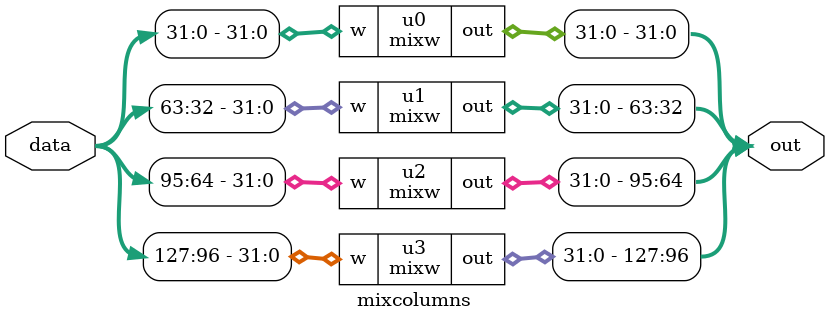
<source format=v>
module mixw (
	input	[31:0]	w,
	output	[31:0]	out
);

assign out[31] = w[30] ^ w[23] ^ w[22] ^ w[15] ^ w[7];
assign out[30] = w[29] ^ w[21] ^ w[22] ^ w[14] ^ w[6];
assign out[29] = w[28] ^ w[20] ^ w[21] ^ w[13] ^ w[5];
assign out[28] = w[31] ^ w[27] ^ w[23] ^ w[19] ^ w[20] ^ w[12] ^ w[4];
assign out[27] = w[31] ^ w[26] ^ w[23] ^ w[18] ^ w[19] ^ w[11] ^ w[3];
assign out[26] = w[25] ^ w[17] ^ w[18] ^ w[10] ^ w[2];
assign out[25] = w[31] ^ w[24] ^ w[23] ^ w[16] ^ w[17] ^ w[9]  ^ w[1];
assign out[24] = w[31] ^ w[23] ^ w[16] ^ w[8]  ^ w[0];
assign out[23] = w[31] ^ w[22] ^ w[14] ^ w[15] ^ w[7];
assign out[22] = w[30] ^ w[21] ^ w[13] ^ w[14] ^ w[6];
assign out[21] = w[29] ^ w[20] ^ w[12] ^ w[13] ^ w[5];
assign out[20] = w[28] ^ w[23] ^ w[19] ^ w[15] ^ w[11] ^ w[12] ^ w[4];
assign out[19] = w[27] ^ w[23] ^ w[18] ^ w[15] ^ w[10] ^ w[11] ^ w[3];
assign out[18] = w[26] ^ w[17] ^ w[9]  ^ w[10] ^ w[2];
assign out[17] = w[25] ^ w[23] ^ w[16] ^ w[15] ^ w[8]  ^ w[9]  ^ w[1];
assign out[16] = w[24] ^ w[23] ^ w[15] ^ w[8]  ^ w[0];
assign out[15] = w[31] ^ w[23] ^ w[14] ^ w[6]  ^ w[7];
assign out[14] = w[30] ^ w[22] ^ w[13] ^ w[5]  ^ w[6];
assign out[13] = w[29] ^ w[21] ^ w[12] ^ w[4]  ^ w[5];
assign out[12] = w[28] ^ w[20] ^ w[15] ^ w[11] ^ w[7]  ^ w[3]  ^ w[4];
assign out[11] = w[27] ^ w[19] ^ w[15] ^ w[10] ^ w[7]  ^ w[2]  ^ w[3];
assign out[10] = w[26] ^ w[18] ^ w[9]  ^ w[1]  ^ w[2];
assign out[9]  = w[25] ^ w[17] ^ w[15] ^ w[8]  ^ w[7]  ^ w[0]  ^ w[1];
assign out[8]  = w[24] ^ w[16] ^ w[15] ^ w[7]  ^ w[0];
assign out[7]  = w[30] ^ w[31] ^ w[23] ^ w[15] ^ w[6];
assign out[6]  = w[29] ^ w[30] ^ w[22] ^ w[14] ^ w[5];
assign out[5]  = w[28] ^ w[29] ^ w[21] ^ w[13] ^ w[4];
assign out[4]  = w[31] ^ w[27] ^ w[28] ^ w[20] ^ w[12] ^ w[7]  ^ w[3];
assign out[3]  = w[31] ^ w[26] ^ w[27] ^ w[19] ^ w[11] ^ w[7]  ^ w[2];
assign out[2]  = w[25] ^ w[26] ^ w[18] ^ w[10] ^ w[1];
assign out[1]  = w[31] ^ w[24] ^ w[25] ^ w[17] ^ w[9]  ^ w[7]  ^ w[0];
assign out[0]  = w[31] ^ w[24] ^ w[16] ^ w[8]  ^ w[7];

endmodule

module mixcolumns (
	input	[127:0]	data,
	output	[127:0]	out
);

mixw u3 (
	.w		(data[127:96]),
	.out	(out[127:96])
);

mixw u2 (
	.w		(data[95:64]),
	.out	(out[95:64])
);

mixw u1 (
	.w		(data[63:32]),
	.out	(out[63:32])
);

mixw u0 (
	.w		(data[31:0]),
	.out	(out[31:0])
);

endmodule
</source>
